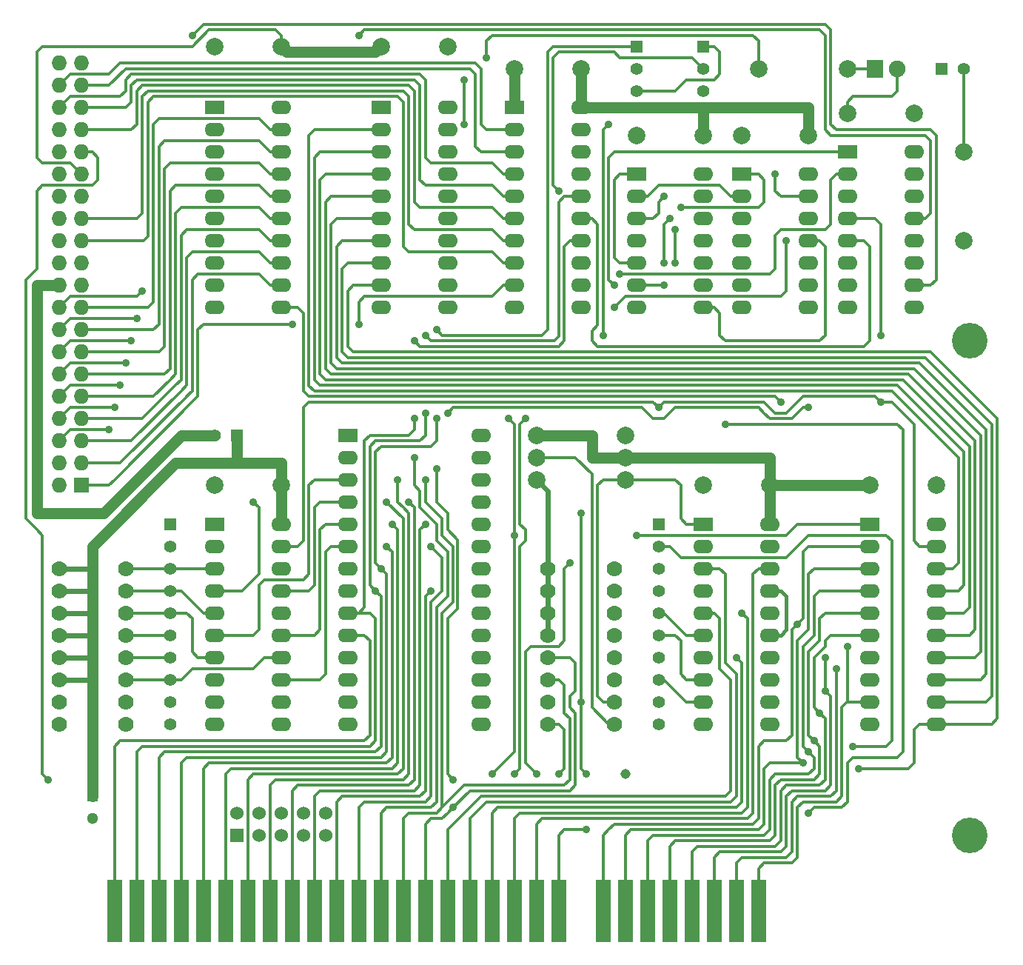
<source format=gtl>
G04 #@! TF.FileFunction,Copper,L1,Top,Signal*
%FSLAX46Y46*%
G04 Gerber Fmt 4.6, Leading zero omitted, Abs format (unit mm)*
G04 Created by KiCad (PCBNEW 4.0.0-stable) date Wed 25 May 2016 05:37:34 PM EDT*
%MOMM*%
G01*
G04 APERTURE LIST*
%ADD10C,0.150000*%
%ADD11C,1.998980*%
%ADD12R,2.286000X1.574800*%
%ADD13O,2.286000X1.574800*%
%ADD14R,1.397000X1.397000*%
%ADD15C,1.397000*%
%ADD16C,1.778000*%
%ADD17R,1.727200X1.727200*%
%ADD18O,1.727200X1.727200*%
%ADD19C,1.300000*%
%ADD20R,1.300000X1.300000*%
%ADD21R,1.900000X2.000000*%
%ADD22C,1.900000*%
%ADD23C,4.064000*%
%ADD24R,1.524000X1.524000*%
%ADD25C,1.524000*%
%ADD26R,1.778000X7.112000*%
%ADD27C,1.143000*%
%ADD28C,0.889000*%
%ADD29C,0.304800*%
%ADD30C,1.270000*%
%ADD31C,0.609600*%
%ADD32C,0.406400*%
G04 APERTURE END LIST*
D10*
D11*
X175260000Y-88265000D03*
X182880000Y-88265000D03*
X119380000Y-38100000D03*
X127000000Y-38100000D03*
X107950000Y-38100000D03*
X100330000Y-38100000D03*
X163830000Y-88265000D03*
X156210000Y-88265000D03*
X107950000Y-88265000D03*
X100330000Y-88265000D03*
X156210000Y-48260000D03*
X148590000Y-48260000D03*
X142240000Y-40640000D03*
X134620000Y-40640000D03*
X168275000Y-48260000D03*
X160655000Y-48260000D03*
X172720000Y-45720000D03*
X180340000Y-45720000D03*
X172720000Y-40640000D03*
X162560000Y-40640000D03*
D12*
X175260000Y-92710000D03*
D13*
X175260000Y-95250000D03*
X175260000Y-97790000D03*
X175260000Y-100330000D03*
X175260000Y-102870000D03*
X175260000Y-105410000D03*
X175260000Y-107950000D03*
X175260000Y-110490000D03*
X175260000Y-113030000D03*
X175260000Y-115570000D03*
X182880000Y-115570000D03*
X182880000Y-113030000D03*
X182880000Y-110490000D03*
X182880000Y-107950000D03*
X182880000Y-105410000D03*
X182880000Y-102870000D03*
X182880000Y-100330000D03*
X182880000Y-97790000D03*
X182880000Y-95250000D03*
X182880000Y-92710000D03*
D12*
X119380000Y-45085000D03*
D13*
X119380000Y-47625000D03*
X119380000Y-50165000D03*
X119380000Y-52705000D03*
X119380000Y-55245000D03*
X119380000Y-57785000D03*
X119380000Y-60325000D03*
X119380000Y-62865000D03*
X119380000Y-65405000D03*
X119380000Y-67945000D03*
X127000000Y-67945000D03*
X127000000Y-65405000D03*
X127000000Y-62865000D03*
X127000000Y-60325000D03*
X127000000Y-57785000D03*
X127000000Y-55245000D03*
X127000000Y-52705000D03*
X127000000Y-50165000D03*
X127000000Y-47625000D03*
X127000000Y-45085000D03*
D12*
X100330000Y-45085000D03*
D13*
X100330000Y-47625000D03*
X100330000Y-50165000D03*
X100330000Y-52705000D03*
X100330000Y-55245000D03*
X100330000Y-57785000D03*
X100330000Y-60325000D03*
X100330000Y-62865000D03*
X100330000Y-65405000D03*
X100330000Y-67945000D03*
X107950000Y-67945000D03*
X107950000Y-65405000D03*
X107950000Y-62865000D03*
X107950000Y-60325000D03*
X107950000Y-57785000D03*
X107950000Y-55245000D03*
X107950000Y-52705000D03*
X107950000Y-50165000D03*
X107950000Y-47625000D03*
X107950000Y-45085000D03*
D12*
X134620000Y-45085000D03*
D13*
X134620000Y-47625000D03*
X134620000Y-50165000D03*
X134620000Y-52705000D03*
X134620000Y-55245000D03*
X134620000Y-57785000D03*
X134620000Y-60325000D03*
X134620000Y-62865000D03*
X134620000Y-65405000D03*
X134620000Y-67945000D03*
X142240000Y-67945000D03*
X142240000Y-65405000D03*
X142240000Y-62865000D03*
X142240000Y-60325000D03*
X142240000Y-57785000D03*
X142240000Y-55245000D03*
X142240000Y-52705000D03*
X142240000Y-50165000D03*
X142240000Y-47625000D03*
X142240000Y-45085000D03*
D12*
X160655000Y-52705000D03*
D13*
X160655000Y-55245000D03*
X160655000Y-57785000D03*
X160655000Y-60325000D03*
X160655000Y-62865000D03*
X160655000Y-65405000D03*
X160655000Y-67945000D03*
X168275000Y-67945000D03*
X168275000Y-65405000D03*
X168275000Y-62865000D03*
X168275000Y-60325000D03*
X168275000Y-57785000D03*
X168275000Y-55245000D03*
X168275000Y-52705000D03*
D12*
X100330000Y-92710000D03*
D13*
X100330000Y-95250000D03*
X100330000Y-97790000D03*
X100330000Y-100330000D03*
X100330000Y-102870000D03*
X100330000Y-105410000D03*
X100330000Y-107950000D03*
X100330000Y-110490000D03*
X100330000Y-113030000D03*
X100330000Y-115570000D03*
X107950000Y-115570000D03*
X107950000Y-113030000D03*
X107950000Y-110490000D03*
X107950000Y-107950000D03*
X107950000Y-105410000D03*
X107950000Y-102870000D03*
X107950000Y-100330000D03*
X107950000Y-97790000D03*
X107950000Y-95250000D03*
X107950000Y-92710000D03*
D12*
X172720000Y-50165000D03*
D13*
X172720000Y-52705000D03*
X172720000Y-55245000D03*
X172720000Y-57785000D03*
X172720000Y-60325000D03*
X172720000Y-62865000D03*
X172720000Y-65405000D03*
X172720000Y-67945000D03*
X180340000Y-67945000D03*
X180340000Y-65405000D03*
X180340000Y-62865000D03*
X180340000Y-60325000D03*
X180340000Y-57785000D03*
X180340000Y-55245000D03*
X180340000Y-52705000D03*
X180340000Y-50165000D03*
D12*
X148590000Y-52705000D03*
D13*
X148590000Y-55245000D03*
X148590000Y-57785000D03*
X148590000Y-60325000D03*
X148590000Y-62865000D03*
X148590000Y-65405000D03*
X148590000Y-67945000D03*
X156210000Y-67945000D03*
X156210000Y-65405000D03*
X156210000Y-62865000D03*
X156210000Y-60325000D03*
X156210000Y-57785000D03*
X156210000Y-55245000D03*
X156210000Y-52705000D03*
D12*
X156210000Y-92710000D03*
D13*
X156210000Y-95250000D03*
X156210000Y-97790000D03*
X156210000Y-100330000D03*
X156210000Y-102870000D03*
X156210000Y-105410000D03*
X156210000Y-107950000D03*
X156210000Y-110490000D03*
X156210000Y-113030000D03*
X156210000Y-115570000D03*
X163830000Y-115570000D03*
X163830000Y-113030000D03*
X163830000Y-110490000D03*
X163830000Y-107950000D03*
X163830000Y-105410000D03*
X163830000Y-102870000D03*
X163830000Y-100330000D03*
X163830000Y-97790000D03*
X163830000Y-95250000D03*
X163830000Y-92710000D03*
D12*
X115570000Y-82550000D03*
D13*
X115570000Y-85090000D03*
X115570000Y-87630000D03*
X115570000Y-90170000D03*
X115570000Y-92710000D03*
X115570000Y-95250000D03*
X115570000Y-97790000D03*
X115570000Y-100330000D03*
X115570000Y-102870000D03*
X115570000Y-105410000D03*
X115570000Y-107950000D03*
X115570000Y-110490000D03*
X115570000Y-113030000D03*
X115570000Y-115570000D03*
X130810000Y-115570000D03*
X130810000Y-113030000D03*
X130810000Y-110490000D03*
X130810000Y-107950000D03*
X130810000Y-105410000D03*
X130810000Y-102870000D03*
X130810000Y-100330000D03*
X130810000Y-97790000D03*
X130810000Y-95250000D03*
X130810000Y-92710000D03*
X130810000Y-90170000D03*
X130810000Y-87630000D03*
X130810000Y-85090000D03*
X130810000Y-82550000D03*
D11*
X147320000Y-85090000D03*
X137160000Y-85090000D03*
X137160000Y-87630000D03*
X147320000Y-87630000D03*
D14*
X95250000Y-92710000D03*
D15*
X95250000Y-95250000D03*
X95250000Y-97790000D03*
X95250000Y-100330000D03*
X95250000Y-102870000D03*
X95250000Y-105410000D03*
X95250000Y-107950000D03*
X95250000Y-110490000D03*
X95250000Y-113030000D03*
X95250000Y-115570000D03*
D14*
X151130000Y-92710000D03*
D15*
X151130000Y-95250000D03*
X151130000Y-97790000D03*
X151130000Y-100330000D03*
X151130000Y-102870000D03*
X151130000Y-105410000D03*
X151130000Y-107950000D03*
X151130000Y-110490000D03*
X151130000Y-113030000D03*
X151130000Y-115570000D03*
D16*
X138430000Y-97790000D03*
X138430000Y-100330000D03*
X138430000Y-102870000D03*
X138430000Y-105410000D03*
X138430000Y-107950000D03*
X138430000Y-110490000D03*
X138430000Y-113030000D03*
X138430000Y-115570000D03*
X146050000Y-115570000D03*
X146050000Y-113030000D03*
X146050000Y-110490000D03*
X146050000Y-107950000D03*
X146050000Y-105410000D03*
X146050000Y-102870000D03*
X146050000Y-100330000D03*
X146050000Y-97790000D03*
X82550000Y-97790000D03*
X82550000Y-100330000D03*
X82550000Y-102870000D03*
X82550000Y-105410000D03*
X82550000Y-107950000D03*
X82550000Y-110490000D03*
X82550000Y-113030000D03*
X82550000Y-115570000D03*
X90170000Y-115570000D03*
X90170000Y-113030000D03*
X90170000Y-110490000D03*
X90170000Y-107950000D03*
X90170000Y-105410000D03*
X90170000Y-102870000D03*
X90170000Y-100330000D03*
X90170000Y-97790000D03*
D11*
X137160000Y-82550000D03*
X147320000Y-82550000D03*
D17*
X85090000Y-88265000D03*
D18*
X82550000Y-88265000D03*
X85090000Y-85725000D03*
X82550000Y-85725000D03*
X85090000Y-83185000D03*
X82550000Y-83185000D03*
X85090000Y-80645000D03*
X82550000Y-80645000D03*
X85090000Y-78105000D03*
X82550000Y-78105000D03*
X85090000Y-75565000D03*
X82550000Y-75565000D03*
X85090000Y-73025000D03*
X82550000Y-73025000D03*
X85090000Y-70485000D03*
X82550000Y-70485000D03*
X85090000Y-67945000D03*
X82550000Y-67945000D03*
X85090000Y-65405000D03*
X82550000Y-65405000D03*
X85090000Y-62865000D03*
X82550000Y-62865000D03*
X85090000Y-60325000D03*
X82550000Y-60325000D03*
X85090000Y-57785000D03*
X82550000Y-57785000D03*
X85090000Y-55245000D03*
X82550000Y-55245000D03*
X85090000Y-52705000D03*
X82550000Y-52705000D03*
X85090000Y-50165000D03*
X82550000Y-50165000D03*
X85090000Y-47625000D03*
X82550000Y-47625000D03*
X85090000Y-45085000D03*
X82550000Y-45085000D03*
X85090000Y-42545000D03*
X82550000Y-42545000D03*
X85090000Y-40005000D03*
X82550000Y-40005000D03*
D19*
X86360000Y-126325000D03*
D20*
X86360000Y-123825000D03*
D21*
X175895000Y-40640000D03*
D22*
X178435000Y-40640000D03*
D23*
X186690000Y-128270000D03*
X186690000Y-71755000D03*
D14*
X102870000Y-82550000D03*
D15*
X100330000Y-82550000D03*
D14*
X148590000Y-38100000D03*
D15*
X148590000Y-40640000D03*
X148590000Y-43180000D03*
D14*
X156210000Y-38100000D03*
D15*
X156210000Y-40640000D03*
X156210000Y-43180000D03*
D24*
X102870000Y-128270000D03*
D25*
X102870000Y-125730000D03*
X105410000Y-128270000D03*
X105410000Y-125730000D03*
X107950000Y-128270000D03*
X107950000Y-125730000D03*
X110490000Y-128270000D03*
X110490000Y-125730000D03*
X113030000Y-128270000D03*
X113030000Y-125730000D03*
D11*
X186055000Y-50165000D03*
X186055000Y-60325000D03*
D14*
X183515000Y-40640000D03*
D15*
X186055000Y-40640000D03*
D26*
X162560000Y-136906000D03*
X160020000Y-136906000D03*
X157480000Y-136906000D03*
X154940000Y-136906000D03*
X152400000Y-136906000D03*
X149860000Y-136906000D03*
X147320000Y-136906000D03*
X144780000Y-136906000D03*
X139700000Y-136906000D03*
X137160000Y-136906000D03*
X134620000Y-136906000D03*
X132080000Y-136906000D03*
X129540000Y-136906000D03*
X127000000Y-136906000D03*
X124460000Y-136906000D03*
X121920000Y-136906000D03*
X119380000Y-136906000D03*
X116840000Y-136906000D03*
X114300000Y-136906000D03*
X111760000Y-136906000D03*
X109220000Y-136906000D03*
X106680000Y-136906000D03*
X104140000Y-136906000D03*
X101600000Y-136906000D03*
X99060000Y-136906000D03*
X96520000Y-136906000D03*
X93980000Y-136906000D03*
X91440000Y-136906000D03*
X88900000Y-136906000D03*
D27*
X147320000Y-121285000D03*
D28*
X134620000Y-121285000D03*
X135890000Y-80645000D03*
X146050000Y-65405000D03*
X137160000Y-121285000D03*
X140970000Y-97155000D03*
X109220000Y-69850000D03*
X116840000Y-69850000D03*
X116840000Y-36830000D03*
X127000000Y-80010000D03*
X168275000Y-79375000D03*
X97790000Y-36830000D03*
X165100000Y-78740000D03*
X151765000Y-55245000D03*
X151765000Y-65405000D03*
X152400000Y-57785000D03*
X151765000Y-62865000D03*
X144780000Y-71120000D03*
X145415000Y-46990000D03*
X123190000Y-80645000D03*
X123190000Y-71755000D03*
X125095000Y-100330000D03*
X125095000Y-95250000D03*
X123190000Y-85090000D03*
X124460000Y-80010000D03*
X124460000Y-71120000D03*
X153035000Y-59055000D03*
X153035000Y-62865000D03*
X118745000Y-100330000D03*
X125730000Y-80645000D03*
X125730000Y-70485000D03*
X119380000Y-97790000D03*
X88900000Y-79375000D03*
X89535000Y-76835000D03*
X90170000Y-74295000D03*
X90805000Y-71755000D03*
X91440000Y-69215000D03*
X92075000Y-66040000D03*
X88265000Y-81915000D03*
X81280000Y-121920000D03*
X167005000Y-104140000D03*
X167640000Y-120015000D03*
X168275000Y-118745000D03*
X168910000Y-117475000D03*
X169545000Y-114300000D03*
X170180000Y-107950000D03*
X170180000Y-111760000D03*
X171450000Y-109220000D03*
X172720000Y-106680000D03*
X139700000Y-121285000D03*
X142875000Y-127635000D03*
X142875000Y-121285000D03*
X142240000Y-91440000D03*
X142240000Y-113030000D03*
X125730000Y-86360000D03*
X127635000Y-125095000D03*
X127635000Y-121920000D03*
X124460000Y-87630000D03*
X160655000Y-102870000D03*
X160020000Y-107950000D03*
X124460000Y-92710000D03*
X104775000Y-90170000D03*
X122555000Y-90170000D03*
X121285000Y-87630000D03*
X120015000Y-90170000D03*
X120650000Y-92710000D03*
X120015000Y-95250000D03*
X146050000Y-67945000D03*
X165735000Y-60325000D03*
X153670000Y-56515000D03*
X139700000Y-54610000D03*
X164465000Y-52705000D03*
X128905000Y-46990000D03*
X128905000Y-41910000D03*
X131445000Y-39370000D03*
X173990000Y-120650000D03*
X173355000Y-118110000D03*
X158750000Y-81280000D03*
X168275000Y-125730000D03*
X146685000Y-64135000D03*
X133985000Y-80645000D03*
X132080000Y-121285000D03*
X148590000Y-93980000D03*
X134620000Y-93980000D03*
X176530000Y-71120000D03*
X176530000Y-78740000D03*
X151130000Y-79375000D03*
D29*
X85090000Y-42545000D02*
X88265000Y-42545000D01*
X130810000Y-50165000D02*
X134620000Y-50165000D01*
X130175000Y-49530000D02*
X130810000Y-50165000D01*
X130175000Y-41275000D02*
X130175000Y-49530000D01*
X129540000Y-40640000D02*
X130175000Y-41275000D01*
X90170000Y-40640000D02*
X129540000Y-40640000D01*
X88265000Y-42545000D02*
X90170000Y-40640000D01*
X89535000Y-40005000D02*
X130175000Y-40005000D01*
X82550000Y-42545000D02*
X83820000Y-41275000D01*
X131445000Y-47625000D02*
X134620000Y-47625000D01*
X130810000Y-46990000D02*
X131445000Y-47625000D01*
X130810000Y-40640000D02*
X130810000Y-46990000D01*
X130175000Y-40005000D02*
X130810000Y-40640000D01*
X88265000Y-41275000D02*
X89535000Y-40005000D01*
X83820000Y-41275000D02*
X88265000Y-41275000D01*
X85090000Y-57785000D02*
X91440000Y-57785000D01*
X133350000Y-60325000D02*
X134620000Y-60325000D01*
X132080000Y-59055000D02*
X133350000Y-60325000D01*
X123190000Y-59055000D02*
X132080000Y-59055000D01*
X122555000Y-58420000D02*
X123190000Y-59055000D01*
X122555000Y-43815000D02*
X122555000Y-58420000D01*
X121920000Y-43180000D02*
X122555000Y-43815000D01*
X92710000Y-43180000D02*
X121920000Y-43180000D01*
X92075000Y-43815000D02*
X92710000Y-43180000D01*
X92075000Y-57150000D02*
X92075000Y-43815000D01*
X91440000Y-57785000D02*
X92075000Y-57150000D01*
X121285000Y-43815000D02*
X121920000Y-44450000D01*
X92201998Y-60325000D02*
X92710000Y-59816998D01*
X92710000Y-59816998D02*
X92710000Y-44450000D01*
X92710000Y-44450000D02*
X93345000Y-43815000D01*
X93345000Y-43815000D02*
X121285000Y-43815000D01*
X85090000Y-60325000D02*
X92201998Y-60325000D01*
X133350000Y-62865000D02*
X134620000Y-62865000D01*
X132080000Y-61595000D02*
X133350000Y-62865000D01*
X122555000Y-61595000D02*
X132080000Y-61595000D01*
X121920000Y-60960000D02*
X122555000Y-61595000D01*
X121920000Y-44450000D02*
X121920000Y-60960000D01*
X135255000Y-83820000D02*
X135255000Y-81280000D01*
X135255000Y-92710000D02*
X135890000Y-93345000D01*
X135890000Y-93345000D02*
X135890000Y-94615000D01*
X135890000Y-94615000D02*
X135255000Y-95250000D01*
X135255000Y-95250000D02*
X135255000Y-120650000D01*
X135255000Y-120650000D02*
X134620000Y-121285000D01*
X135255000Y-83820000D02*
X135255000Y-92710000D01*
X135255000Y-81280000D02*
X135890000Y-80645000D01*
X172720000Y-50165000D02*
X146050000Y-50165000D01*
X145415000Y-64770000D02*
X146050000Y-65405000D01*
X145415000Y-50800000D02*
X145415000Y-64770000D01*
X146050000Y-50165000D02*
X145415000Y-50800000D01*
X135890000Y-116840000D02*
X135890000Y-107315000D01*
X137160000Y-121285000D02*
X137160000Y-121285000D01*
X135890000Y-116840000D02*
X135890000Y-117475000D01*
X135890000Y-117475000D02*
X135890000Y-120015000D01*
X135890000Y-120015000D02*
X137160000Y-121285000D01*
X140335000Y-97790000D02*
X140970000Y-97155000D01*
X140335000Y-106045000D02*
X140335000Y-97790000D01*
X139700000Y-106680000D02*
X140335000Y-106045000D01*
X136525000Y-106680000D02*
X139700000Y-106680000D01*
X135890000Y-107315000D02*
X136525000Y-106680000D01*
X86995000Y-88265000D02*
X88265000Y-88265000D01*
X88900000Y-87630000D02*
X98425000Y-78105000D01*
X116840000Y-69850000D02*
X116840000Y-67310000D01*
X98425000Y-78105000D02*
X98425000Y-70485000D01*
X98425000Y-70485000D02*
X99060000Y-69850000D01*
X99060000Y-69850000D02*
X109220000Y-69850000D01*
X134620000Y-65405000D02*
X133350000Y-65405000D01*
X132080000Y-66675000D02*
X133350000Y-65405000D01*
X117475000Y-66675000D02*
X132080000Y-66675000D01*
X116840000Y-67310000D02*
X117475000Y-66675000D01*
X86995000Y-88265000D02*
X85090000Y-88265000D01*
X88265000Y-88265000D02*
X88900000Y-87630000D01*
X181610000Y-48260000D02*
X182245000Y-48895000D01*
X181610000Y-48260000D02*
X170815000Y-48260000D01*
X170815000Y-48260000D02*
X170180000Y-47625000D01*
X170180000Y-47625000D02*
X170180000Y-36830000D01*
X170180000Y-36830000D02*
X169545000Y-36195000D01*
X117475000Y-36195000D02*
X116840000Y-36830000D01*
X169545000Y-36195000D02*
X117475000Y-36195000D01*
X181610000Y-57785000D02*
X180340000Y-57785000D01*
X182245000Y-57150000D02*
X181610000Y-57785000D01*
X182245000Y-48895000D02*
X182245000Y-57150000D01*
X163195000Y-80010000D02*
X163830000Y-80645000D01*
X150495000Y-80645000D02*
X151765000Y-80645000D01*
X151765000Y-80645000D02*
X153035000Y-79375000D01*
X153035000Y-79375000D02*
X162560000Y-79375000D01*
X162560000Y-79375000D02*
X163195000Y-80010000D01*
X127635000Y-79375000D02*
X149225000Y-79375000D01*
X127000000Y-80010000D02*
X127635000Y-79375000D01*
X149225000Y-79375000D02*
X150495000Y-80645000D01*
X167640000Y-79375000D02*
X168275000Y-79375000D01*
X166370000Y-80645000D02*
X167640000Y-79375000D01*
X163830000Y-80645000D02*
X166370000Y-80645000D01*
X182245000Y-47625000D02*
X182880000Y-48260000D01*
X170180000Y-35560000D02*
X170815000Y-36195000D01*
X170815000Y-36195000D02*
X170815000Y-46990000D01*
X170815000Y-46990000D02*
X171450000Y-47625000D01*
X171450000Y-47625000D02*
X182245000Y-47625000D01*
X99060000Y-35560000D02*
X115570000Y-35560000D01*
X97790000Y-36830000D02*
X99060000Y-35560000D01*
X115570000Y-35560000D02*
X170180000Y-35560000D01*
X182245000Y-65405000D02*
X180340000Y-65405000D01*
X182880000Y-64770000D02*
X182245000Y-65405000D01*
X182880000Y-48260000D02*
X182880000Y-64770000D01*
X163830000Y-78105000D02*
X164465000Y-78105000D01*
X164465000Y-78105000D02*
X165100000Y-78740000D01*
X151130000Y-78105000D02*
X149225000Y-78105000D01*
X109855000Y-67945000D02*
X110490000Y-68580000D01*
X110490000Y-68580000D02*
X110490000Y-77470000D01*
X110490000Y-77470000D02*
X111125000Y-78105000D01*
X111125000Y-78105000D02*
X149225000Y-78105000D01*
X107950000Y-67945000D02*
X109855000Y-67945000D01*
X151130000Y-78105000D02*
X163830000Y-78105000D01*
X148590000Y-57785000D02*
X150495000Y-57785000D01*
X151130000Y-55880000D02*
X151765000Y-55245000D01*
X151130000Y-57150000D02*
X151130000Y-55880000D01*
X150495000Y-57785000D02*
X151130000Y-57150000D01*
X148590000Y-65405000D02*
X151765000Y-65405000D01*
X151765000Y-58420000D02*
X152400000Y-57785000D01*
X151765000Y-62865000D02*
X151765000Y-58420000D01*
X85090000Y-45085000D02*
X90170000Y-45085000D01*
X133350000Y-55245000D02*
X134620000Y-55245000D01*
X132080000Y-53975000D02*
X133350000Y-55245000D01*
X124460000Y-53975000D02*
X132080000Y-53975000D01*
X123825000Y-53340000D02*
X124460000Y-53975000D01*
X123825000Y-42545000D02*
X123825000Y-53340000D01*
X123190000Y-41910000D02*
X123825000Y-42545000D01*
X91440000Y-41910000D02*
X123190000Y-41910000D01*
X90805000Y-42545000D02*
X91440000Y-41910000D01*
X90805000Y-44450000D02*
X90805000Y-42545000D01*
X90170000Y-45085000D02*
X90805000Y-44450000D01*
X148590000Y-43180000D02*
X153035000Y-43180000D01*
X157480000Y-38100000D02*
X156210000Y-38100000D01*
X158115000Y-38735000D02*
X157480000Y-38100000D01*
X158115000Y-41275000D02*
X158115000Y-38735000D01*
X157480000Y-41910000D02*
X158115000Y-41275000D01*
X154305000Y-41910000D02*
X157480000Y-41910000D01*
X153035000Y-43180000D02*
X154305000Y-41910000D01*
X144780000Y-47625000D02*
X145415000Y-46990000D01*
X144780000Y-71120000D02*
X144780000Y-47625000D01*
X115570000Y-105410000D02*
X117475000Y-105410000D01*
X118110000Y-106045000D02*
X117475000Y-105410000D01*
X89535000Y-117475000D02*
X88900000Y-118110000D01*
X88900000Y-136906000D02*
X88900000Y-118110000D01*
X118110000Y-115570000D02*
X118110000Y-116840000D01*
X118110000Y-115570000D02*
X118110000Y-106045000D01*
X117475000Y-117475000D02*
X95250000Y-117475000D01*
X118110000Y-116840000D02*
X117475000Y-117475000D01*
X95250000Y-117475000D02*
X89535000Y-117475000D01*
X85090000Y-47625000D02*
X90805000Y-47625000D01*
X133350000Y-57785000D02*
X134620000Y-57785000D01*
X132080000Y-56515000D02*
X133350000Y-57785000D01*
X123825000Y-56515000D02*
X132080000Y-56515000D01*
X123190000Y-55880000D02*
X123825000Y-56515000D01*
X123190000Y-43180000D02*
X123190000Y-55880000D01*
X122555000Y-42545000D02*
X123190000Y-43180000D01*
X92075000Y-42545000D02*
X122555000Y-42545000D01*
X91440000Y-43180000D02*
X92075000Y-42545000D01*
X91440000Y-46990000D02*
X91440000Y-43180000D01*
X90805000Y-47625000D02*
X91440000Y-46990000D01*
X122555000Y-82550000D02*
X122555000Y-82550000D01*
X117475000Y-83185000D02*
X118110000Y-82550000D01*
X123825000Y-72390000D02*
X123190000Y-71755000D01*
X116840000Y-102870000D02*
X115570000Y-102870000D01*
X117475000Y-102235000D02*
X117475000Y-83185000D01*
X116840000Y-102870000D02*
X117475000Y-102235000D01*
X123190000Y-81915000D02*
X123190000Y-80645000D01*
X122555000Y-82550000D02*
X123190000Y-81915000D01*
X118110000Y-82550000D02*
X122555000Y-82550000D01*
X123825000Y-72390000D02*
X123825000Y-72390000D01*
X142240000Y-60325000D02*
X140970000Y-60325000D01*
X139700000Y-72390000D02*
X123825000Y-72390000D01*
X140335000Y-71755000D02*
X139700000Y-72390000D01*
X140335000Y-60960000D02*
X140335000Y-71755000D01*
X140970000Y-60325000D02*
X140335000Y-60960000D01*
X115570000Y-102870000D02*
X118110000Y-102870000D01*
X97790000Y-118110000D02*
X92075000Y-118110000D01*
X118745000Y-117475000D02*
X118110000Y-118110000D01*
X118110000Y-118110000D02*
X97790000Y-118110000D01*
X118745000Y-116840000D02*
X118745000Y-103505000D01*
X118745000Y-116840000D02*
X118745000Y-117475000D01*
X91440000Y-118745000D02*
X91440000Y-136906000D01*
X92075000Y-118110000D02*
X91440000Y-118745000D01*
X118745000Y-103505000D02*
X118110000Y-102870000D01*
X124460000Y-123190000D02*
X123825000Y-123825000D01*
X124460000Y-116840000D02*
X124460000Y-123190000D01*
X125095000Y-100330000D02*
X124460000Y-100965000D01*
X124460000Y-116840000D02*
X124460000Y-100965000D01*
X114300000Y-124460000D02*
X114300000Y-136906000D01*
X114935000Y-123825000D02*
X114300000Y-124460000D01*
X123825000Y-123825000D02*
X114935000Y-123825000D01*
X125095000Y-123825000D02*
X124460000Y-124460000D01*
X125095000Y-116840000D02*
X125095000Y-123825000D01*
X126365000Y-100330000D02*
X126365000Y-96520000D01*
X126365000Y-96520000D02*
X125095000Y-95250000D01*
X125095000Y-101600000D02*
X126365000Y-100330000D01*
X125095000Y-116840000D02*
X125095000Y-101600000D01*
X116840000Y-125095000D02*
X116840000Y-136906000D01*
X117475000Y-124460000D02*
X116840000Y-125095000D01*
X124460000Y-124460000D02*
X117475000Y-124460000D01*
X123825000Y-89535000D02*
X123825000Y-88900000D01*
X125095000Y-125095000D02*
X120015000Y-125095000D01*
X120015000Y-125095000D02*
X119380000Y-125730000D01*
X119380000Y-136906000D02*
X119380000Y-125730000D01*
X127000000Y-95885000D02*
X125730000Y-94615000D01*
X125730000Y-116840000D02*
X125730000Y-102235000D01*
X125730000Y-102235000D02*
X127000000Y-100965000D01*
X127000000Y-100965000D02*
X127000000Y-95885000D01*
X123825000Y-90805000D02*
X123825000Y-89535000D01*
X125730000Y-92710000D02*
X123825000Y-90805000D01*
X125730000Y-94615000D02*
X125730000Y-92710000D01*
X125730000Y-116840000D02*
X125730000Y-124460000D01*
X125730000Y-124460000D02*
X125095000Y-125095000D01*
X123190000Y-88265000D02*
X123190000Y-85090000D01*
X123825000Y-88900000D02*
X123190000Y-88265000D01*
X82550000Y-45085000D02*
X83820000Y-43815000D01*
X133350000Y-52705000D02*
X134620000Y-52705000D01*
X132080000Y-51435000D02*
X133350000Y-52705000D01*
X125095000Y-51435000D02*
X132080000Y-51435000D01*
X124460000Y-50800000D02*
X125095000Y-51435000D01*
X124460000Y-41910000D02*
X124460000Y-50800000D01*
X123825000Y-41275000D02*
X124460000Y-41910000D01*
X90805000Y-41275000D02*
X123825000Y-41275000D01*
X90170000Y-41910000D02*
X90805000Y-41275000D01*
X90170000Y-43180000D02*
X90170000Y-41910000D01*
X89535000Y-43815000D02*
X90170000Y-43180000D01*
X83820000Y-43815000D02*
X89535000Y-43815000D01*
X118110000Y-84455000D02*
X118110000Y-83820000D01*
X124460000Y-71120000D02*
X125095000Y-71755000D01*
X125095000Y-71755000D02*
X139191998Y-71755000D01*
X139191998Y-71755000D02*
X139700000Y-71246998D01*
X139700000Y-71246998D02*
X139700000Y-55880000D01*
X139700000Y-55880000D02*
X140335000Y-55245000D01*
X140335000Y-55245000D02*
X142240000Y-55245000D01*
X124460000Y-82550000D02*
X124460000Y-80010000D01*
X123825000Y-83185000D02*
X124460000Y-82550000D01*
X118745000Y-83185000D02*
X123825000Y-83185000D01*
X118110000Y-83820000D02*
X118745000Y-83185000D01*
X153035000Y-62865000D02*
X153035000Y-59055000D01*
X118110000Y-84455000D02*
X118110000Y-84455000D01*
X118745000Y-100330000D02*
X118110000Y-99695000D01*
X118110000Y-99695000D02*
X118110000Y-84455000D01*
X94615000Y-118745000D02*
X93980000Y-119380000D01*
X93980000Y-136906000D02*
X93980000Y-119380000D01*
X119380000Y-118110000D02*
X118745000Y-118745000D01*
X118745000Y-118745000D02*
X100330000Y-118745000D01*
X119380000Y-116840000D02*
X119380000Y-100965000D01*
X119380000Y-116840000D02*
X119380000Y-118110000D01*
X100330000Y-118745000D02*
X94615000Y-118745000D01*
X119380000Y-100965000D02*
X118745000Y-100330000D01*
X118745000Y-84455000D02*
X119380000Y-83820000D01*
X125730000Y-70485000D02*
X126365000Y-71120000D01*
X126365000Y-71120000D02*
X133985000Y-71120000D01*
X125730000Y-83185000D02*
X125730000Y-80645000D01*
X125095000Y-83820000D02*
X125730000Y-83185000D01*
X119380000Y-83820000D02*
X125095000Y-83820000D01*
X118745000Y-84455000D02*
X118745000Y-84455000D01*
X118745000Y-97155000D02*
X119380000Y-97790000D01*
X118745000Y-97155000D02*
X118745000Y-84455000D01*
X133985000Y-71120000D02*
X137795000Y-71120000D01*
X137795000Y-71120000D02*
X138430000Y-70485000D01*
X138430000Y-70485000D02*
X138430000Y-38735000D01*
X138430000Y-38735000D02*
X139065000Y-38100000D01*
X139065000Y-38100000D02*
X148590000Y-38100000D01*
X133985000Y-71120000D02*
X133858002Y-71120000D01*
X97155000Y-119380000D02*
X96520000Y-120015000D01*
X120015000Y-98425000D02*
X119380000Y-97790000D01*
X102870000Y-119380000D02*
X97155000Y-119380000D01*
X120015000Y-116840000D02*
X120015000Y-118745000D01*
X120015000Y-116840000D02*
X120015000Y-98425000D01*
X119380000Y-119380000D02*
X102870000Y-119380000D01*
X120015000Y-118745000D02*
X119380000Y-119380000D01*
X96520000Y-136906000D02*
X96520000Y-120015000D01*
X83820000Y-79375000D02*
X82550000Y-80645000D01*
X88900000Y-79375000D02*
X83820000Y-79375000D01*
X83820000Y-76835000D02*
X82550000Y-78105000D01*
X89535000Y-76835000D02*
X83820000Y-76835000D01*
X83820000Y-74295000D02*
X82550000Y-75565000D01*
X90170000Y-74295000D02*
X83820000Y-74295000D01*
X83820000Y-71755000D02*
X82550000Y-73025000D01*
X90805000Y-71755000D02*
X83820000Y-71755000D01*
X83820000Y-69215000D02*
X82550000Y-70485000D01*
X91440000Y-69215000D02*
X83820000Y-69215000D01*
X83820000Y-66675000D02*
X82550000Y-67945000D01*
X91440000Y-66675000D02*
X83820000Y-66675000D01*
X92075000Y-66040000D02*
X91440000Y-66675000D01*
X83820000Y-81915000D02*
X82550000Y-83185000D01*
X88265000Y-81915000D02*
X83820000Y-81915000D01*
X80645000Y-93980000D02*
X80645000Y-121285000D01*
X80645000Y-121285000D02*
X81280000Y-121920000D01*
X78740000Y-86360000D02*
X78740000Y-92075000D01*
X86360000Y-50165000D02*
X86995000Y-50800000D01*
X86995000Y-50800000D02*
X86995000Y-53340000D01*
X86995000Y-53340000D02*
X86360000Y-53975000D01*
X86360000Y-53975000D02*
X80645000Y-53975000D01*
X80645000Y-53975000D02*
X80010000Y-54610000D01*
X80010000Y-54610000D02*
X80010000Y-63500000D01*
X80010000Y-63500000D02*
X78740000Y-64770000D01*
X78740000Y-64770000D02*
X78740000Y-86360000D01*
X85090000Y-50165000D02*
X86360000Y-50165000D01*
X78740000Y-92075000D02*
X80010000Y-93345000D01*
X80010000Y-93345000D02*
X80645000Y-93980000D01*
X167005000Y-104140000D02*
X167640000Y-103505000D01*
X167640000Y-103505000D02*
X167640000Y-95885000D01*
X173990000Y-95250000D02*
X175260000Y-95250000D01*
X168275000Y-95250000D02*
X173990000Y-95250000D01*
X167640000Y-95885000D02*
X168275000Y-95250000D01*
X166370000Y-116840000D02*
X165735000Y-117475000D01*
X167005000Y-104140000D02*
X166370000Y-104775000D01*
X166370000Y-104775000D02*
X166370000Y-116840000D01*
X146050000Y-127000000D02*
X145415000Y-127635000D01*
X145415000Y-127635000D02*
X145415000Y-127635000D01*
X145415000Y-127635000D02*
X144780000Y-128270000D01*
X144780000Y-128270000D02*
X144780000Y-136906000D01*
X151130000Y-127000000D02*
X146050000Y-127000000D01*
X161925000Y-127000000D02*
X151130000Y-127000000D01*
X162560000Y-126365000D02*
X161925000Y-127000000D01*
X162560000Y-118110000D02*
X162560000Y-126365000D01*
X163195000Y-117475000D02*
X162560000Y-118110000D01*
X165735000Y-117475000D02*
X163195000Y-117475000D01*
X167005000Y-104140000D02*
X167005000Y-104140000D01*
X167005000Y-106045000D02*
X168275000Y-104775000D01*
X167005000Y-106045000D02*
X167005000Y-109855000D01*
X167005000Y-109855000D02*
X167005000Y-111760000D01*
X167640000Y-120015000D02*
X167005000Y-119380000D01*
X167005000Y-113665000D02*
X167005000Y-119380000D01*
X167005000Y-111760000D02*
X167005000Y-113665000D01*
X173990000Y-97790000D02*
X175260000Y-97790000D01*
X168910000Y-97790000D02*
X173990000Y-97790000D01*
X168275000Y-98425000D02*
X168910000Y-97790000D01*
X168275000Y-104775000D02*
X168275000Y-98425000D01*
X153670000Y-127635000D02*
X162560000Y-127635000D01*
X147955000Y-127635000D02*
X147320000Y-128270000D01*
X147320000Y-136906000D02*
X147320000Y-128270000D01*
X153670000Y-127635000D02*
X147955000Y-127635000D01*
X163830000Y-120015000D02*
X167640000Y-120015000D01*
X163195000Y-120650000D02*
X163830000Y-120015000D01*
X163195000Y-127000000D02*
X163195000Y-120650000D01*
X162560000Y-127635000D02*
X163195000Y-127000000D01*
X167640000Y-106680000D02*
X168910000Y-105410000D01*
X175260000Y-100330000D02*
X173990000Y-100330000D01*
X167640000Y-118110000D02*
X168275000Y-118745000D01*
X167640000Y-114173002D02*
X167640000Y-118110000D01*
X167640000Y-106680000D02*
X167640000Y-114173002D01*
X169545000Y-100330000D02*
X173990000Y-100330000D01*
X168910000Y-100965000D02*
X169545000Y-100330000D01*
X168910000Y-105410000D02*
X168910000Y-100965000D01*
X156210000Y-128270000D02*
X163195000Y-128270000D01*
X150495000Y-128270000D02*
X149860000Y-128905000D01*
X149860000Y-136906000D02*
X149860000Y-128905000D01*
X168910000Y-119380000D02*
X168275000Y-118745000D01*
X168910000Y-120650000D02*
X168910000Y-119380000D01*
X156210000Y-128270000D02*
X150495000Y-128270000D01*
X168275000Y-121285000D02*
X168910000Y-120650000D01*
X164465000Y-121285000D02*
X168275000Y-121285000D01*
X163830000Y-121920000D02*
X164465000Y-121285000D01*
X163830000Y-127635000D02*
X163830000Y-121920000D01*
X163195000Y-128270000D02*
X163830000Y-127635000D01*
X168275000Y-107315000D02*
X169545000Y-106045000D01*
X168275000Y-107315000D02*
X168275000Y-116840000D01*
X168910000Y-117475000D02*
X168275000Y-116840000D01*
X172720000Y-102870000D02*
X175260000Y-102870000D01*
X170180000Y-102870000D02*
X172720000Y-102870000D01*
X169545000Y-103505000D02*
X170180000Y-102870000D01*
X169545000Y-106045000D02*
X169545000Y-103505000D01*
X158750000Y-128905000D02*
X163830000Y-128905000D01*
X153035000Y-128905000D02*
X152400000Y-129540000D01*
X152400000Y-136906000D02*
X152400000Y-129540000D01*
X169545000Y-118110000D02*
X168910000Y-117475000D01*
X169545000Y-121285000D02*
X169545000Y-118110000D01*
X158750000Y-128905000D02*
X153035000Y-128905000D01*
X168910000Y-121920000D02*
X169545000Y-121285000D01*
X165100000Y-121920000D02*
X168910000Y-121920000D01*
X164465000Y-122555000D02*
X165100000Y-121920000D01*
X164465000Y-128270000D02*
X164465000Y-122555000D01*
X163830000Y-128905000D02*
X164465000Y-128270000D01*
X168910000Y-107950000D02*
X170180000Y-106680000D01*
X169545000Y-114300000D02*
X168910000Y-113665000D01*
X168910000Y-107950000D02*
X168910000Y-113665000D01*
X170815000Y-105410000D02*
X175260000Y-105410000D01*
X170180000Y-106045000D02*
X170815000Y-105410000D01*
X170180000Y-106680000D02*
X170180000Y-106045000D01*
X161290000Y-129540000D02*
X164465000Y-129540000D01*
X155575000Y-129540000D02*
X154940000Y-130175000D01*
X154940000Y-136906000D02*
X154940000Y-130175000D01*
X170180000Y-121920000D02*
X170180000Y-114935000D01*
X170180000Y-114935000D02*
X169545000Y-114300000D01*
X161290000Y-129540000D02*
X155575000Y-129540000D01*
X169545000Y-122555000D02*
X170180000Y-121920000D01*
X165735000Y-122555000D02*
X169545000Y-122555000D01*
X165100000Y-123190000D02*
X165735000Y-122555000D01*
X165100000Y-128905000D02*
X165100000Y-123190000D01*
X164465000Y-129540000D02*
X165100000Y-128905000D01*
X163830000Y-130175000D02*
X165100000Y-130175000D01*
X158115000Y-130175000D02*
X157480000Y-130810000D01*
X157480000Y-136906000D02*
X157480000Y-130810000D01*
X170815000Y-112395000D02*
X170180000Y-111760000D01*
X170815000Y-122555000D02*
X170815000Y-112395000D01*
X163830000Y-130175000D02*
X158115000Y-130175000D01*
X170180000Y-123190000D02*
X170815000Y-122555000D01*
X166370000Y-123190000D02*
X170180000Y-123190000D01*
X165735000Y-123825000D02*
X166370000Y-123190000D01*
X165735000Y-129540000D02*
X165735000Y-123825000D01*
X165100000Y-130175000D02*
X165735000Y-129540000D01*
X170180000Y-107950000D02*
X170180000Y-111760000D01*
X160655000Y-130810000D02*
X165735000Y-130810000D01*
X160655000Y-130810000D02*
X160020000Y-131445000D01*
X160020000Y-136906000D02*
X160020000Y-131445000D01*
X171450000Y-109855000D02*
X171450000Y-111760000D01*
X171450000Y-109855000D02*
X171450000Y-109220000D01*
X171450000Y-123190000D02*
X171450000Y-111760000D01*
X170815000Y-123825000D02*
X171450000Y-123190000D01*
X167005000Y-123825000D02*
X170815000Y-123825000D01*
X166370000Y-124460000D02*
X167005000Y-123825000D01*
X166370000Y-130175000D02*
X166370000Y-124460000D01*
X165735000Y-130810000D02*
X166370000Y-130175000D01*
X163195000Y-131445000D02*
X166370000Y-131445000D01*
X163195000Y-131445000D02*
X162560000Y-132080000D01*
X162560000Y-136906000D02*
X162560000Y-132080000D01*
X172646041Y-113030000D02*
X172085000Y-113665000D01*
X172646041Y-113030000D02*
X172720000Y-113030000D01*
X172085000Y-123825000D02*
X172085000Y-113665000D01*
X171450000Y-124460000D02*
X172085000Y-123825000D01*
X167640000Y-124460000D02*
X171450000Y-124460000D01*
X167005000Y-125095000D02*
X167640000Y-124460000D01*
X167005000Y-130810000D02*
X167005000Y-125095000D01*
X166370000Y-131445000D02*
X167005000Y-130810000D01*
X175260000Y-113030000D02*
X172720000Y-113030000D01*
X172720000Y-106680000D02*
X172720000Y-113030000D01*
D30*
X100330000Y-82550000D02*
X96520000Y-82550000D01*
X81280000Y-65405000D02*
X82550000Y-65405000D01*
X80010000Y-91440000D02*
X81280000Y-91440000D01*
X80010000Y-65405000D02*
X80010000Y-91440000D01*
X81280000Y-65405000D02*
X80010000Y-65405000D01*
X81280000Y-91440000D02*
X87630000Y-91440000D01*
X87630000Y-91440000D02*
X96520000Y-82550000D01*
X134620000Y-40640000D02*
X134620000Y-45085000D01*
D29*
X178435000Y-40640000D02*
X178435000Y-43180000D01*
X172720000Y-44450000D02*
X172720000Y-45720000D01*
X173355000Y-43815000D02*
X172720000Y-44450000D01*
X177800000Y-43815000D02*
X173355000Y-43815000D01*
X178435000Y-43180000D02*
X177800000Y-43815000D01*
D30*
X168275000Y-48260000D02*
X168275000Y-45085000D01*
X168275000Y-45085000D02*
X156210000Y-45085000D01*
X163830000Y-88265000D02*
X175260000Y-88265000D01*
X102870000Y-82550000D02*
X102870000Y-85725000D01*
X102870000Y-85725000D02*
X107950000Y-85725000D01*
X95885000Y-85725000D02*
X102870000Y-85725000D01*
X86360000Y-97790000D02*
X86360000Y-95250000D01*
X86360000Y-95250000D02*
X95885000Y-85725000D01*
X107950000Y-85725000D02*
X107950000Y-88265000D01*
D31*
X82550000Y-97790000D02*
X86360000Y-97790000D01*
D30*
X86360000Y-100330000D02*
X86360000Y-97790000D01*
X107950000Y-88265000D02*
X107950000Y-92710000D01*
X142240000Y-40640000D02*
X142240000Y-45085000D01*
X156210000Y-48260000D02*
X156210000Y-45085000D01*
X156210000Y-45085000D02*
X152400000Y-45085000D01*
X152400000Y-45085000D02*
X142240000Y-45085000D01*
X119380000Y-38100000D02*
X118745000Y-38735000D01*
X118745000Y-38735000D02*
X108585000Y-38735000D01*
X108585000Y-38735000D02*
X107950000Y-38100000D01*
D29*
X85090000Y-52705000D02*
X83820000Y-51435000D01*
X107950000Y-36830000D02*
X107950000Y-38100000D01*
X107315000Y-36195000D02*
X107950000Y-36830000D01*
X99695000Y-36195000D02*
X107315000Y-36195000D01*
X97790000Y-38100000D02*
X99695000Y-36195000D01*
X80645000Y-38100000D02*
X97790000Y-38100000D01*
X80010000Y-38735000D02*
X80645000Y-38100000D01*
X80010000Y-50800000D02*
X80010000Y-38735000D01*
X80645000Y-51435000D02*
X80010000Y-50800000D01*
X83820000Y-51435000D02*
X80645000Y-51435000D01*
D32*
X163830000Y-105410000D02*
X165100000Y-105410000D01*
X165100000Y-100330000D02*
X163830000Y-100330000D01*
X165735000Y-100965000D02*
X165100000Y-100330000D01*
X165735000Y-104775000D02*
X165735000Y-100965000D01*
X165100000Y-105410000D02*
X165735000Y-104775000D01*
D30*
X142875000Y-82550000D02*
X143510000Y-82550000D01*
X137160000Y-82550000D02*
X142875000Y-82550000D01*
X143510000Y-85090000D02*
X147320000Y-85090000D01*
X143510000Y-82550000D02*
X143510000Y-85090000D01*
X147320000Y-85090000D02*
X163830000Y-85090000D01*
X163830000Y-86360000D02*
X163830000Y-88265000D01*
X163830000Y-85090000D02*
X163830000Y-86360000D01*
D31*
X82550000Y-110490000D02*
X86360000Y-110490000D01*
X82550000Y-107950000D02*
X86360000Y-107950000D01*
X82550000Y-105410000D02*
X86360000Y-105410000D01*
X82550000Y-102870000D02*
X86360000Y-102870000D01*
X82550000Y-100330000D02*
X86360000Y-100330000D01*
D30*
X86360000Y-123825000D02*
X86360000Y-110490000D01*
X86360000Y-110490000D02*
X86360000Y-107950000D01*
X86360000Y-107950000D02*
X86360000Y-105410000D01*
X86360000Y-105410000D02*
X86360000Y-102870000D01*
X86360000Y-102870000D02*
X86360000Y-100330000D01*
D31*
X138430000Y-105410000D02*
X138430000Y-102870000D01*
X138430000Y-102870000D02*
X138430000Y-100330000D01*
X138430000Y-100330000D02*
X138430000Y-97790000D01*
X138430000Y-97790000D02*
X138430000Y-88900000D01*
X138430000Y-88900000D02*
X137160000Y-87630000D01*
D30*
X163830000Y-88265000D02*
X163830000Y-92710000D01*
D29*
X160655000Y-55245000D02*
X159385000Y-55245000D01*
X149860000Y-55245000D02*
X148590000Y-55245000D01*
X151130000Y-53975000D02*
X149860000Y-55245000D01*
X158115000Y-53975000D02*
X151130000Y-53975000D01*
X159385000Y-55245000D02*
X158115000Y-53975000D01*
X170180000Y-71120000D02*
X170180000Y-60960000D01*
X170180000Y-71120000D02*
X169545000Y-71755000D01*
X169545000Y-71755000D02*
X158750000Y-71755000D01*
X158750000Y-71755000D02*
X158115000Y-71120000D01*
X158115000Y-71120000D02*
X158115000Y-68580000D01*
X158115000Y-68580000D02*
X157480000Y-67945000D01*
X156210000Y-67945000D02*
X157480000Y-67945000D01*
X169545000Y-60325000D02*
X168275000Y-60325000D01*
X170180000Y-60960000D02*
X169545000Y-60325000D01*
X138430000Y-115570000D02*
X139700000Y-115570000D01*
X140335000Y-120650000D02*
X139700000Y-121285000D01*
X140335000Y-116205000D02*
X140335000Y-120650000D01*
X139700000Y-115570000D02*
X140335000Y-116205000D01*
X142240000Y-120650000D02*
X142875000Y-121285000D01*
X142240000Y-113030000D02*
X142240000Y-113665000D01*
X142240000Y-120650000D02*
X142240000Y-113665000D01*
X139700000Y-128270000D02*
X139700000Y-136906000D01*
X140335000Y-127635000D02*
X139700000Y-128270000D01*
X142875000Y-127635000D02*
X140335000Y-127635000D01*
X142240000Y-113030000D02*
X142240000Y-91440000D01*
X125730000Y-86995000D02*
X125730000Y-86360000D01*
X128143002Y-94488002D02*
X127000000Y-93345000D01*
X127000000Y-93345000D02*
X127000000Y-91440000D01*
X127000000Y-91440000D02*
X125730000Y-90170000D01*
X125730000Y-90170000D02*
X125730000Y-86995000D01*
X128143002Y-98425000D02*
X128143002Y-94488002D01*
X130175000Y-123190000D02*
X129540000Y-123190000D01*
X127635000Y-125095000D02*
X127635000Y-125095000D01*
X129540000Y-123190000D02*
X127635000Y-125095000D01*
X127000000Y-125730000D02*
X127635000Y-125095000D01*
X124460000Y-136906000D02*
X124460000Y-128905000D01*
X124460000Y-127000000D02*
X124460000Y-128905000D01*
X125095000Y-126365000D02*
X124460000Y-127000000D01*
X126365000Y-126365000D02*
X125095000Y-126365000D01*
X127000000Y-125730000D02*
X126365000Y-126365000D01*
X127000000Y-116840000D02*
X127000000Y-103505000D01*
X127635000Y-121920000D02*
X127000000Y-121285000D01*
X127000000Y-121285000D02*
X127000000Y-116840000D01*
X128143002Y-102361998D02*
X128143002Y-98425000D01*
X127000000Y-103505000D02*
X128143002Y-102361998D01*
X130175000Y-123190000D02*
X130175000Y-123190000D01*
X141605000Y-122555000D02*
X140970000Y-123190000D01*
X140970000Y-123190000D02*
X130175000Y-123190000D01*
X140970000Y-112395000D02*
X141605000Y-111760000D01*
X141605000Y-114300000D02*
X141605000Y-120650000D01*
X140970000Y-113665000D02*
X141605000Y-114300000D01*
X140970000Y-112395000D02*
X140970000Y-113665000D01*
X138430000Y-107950000D02*
X140970000Y-107950000D01*
X141605000Y-108585000D02*
X140970000Y-107950000D01*
X141605000Y-111760000D02*
X141605000Y-108585000D01*
X141605000Y-120650000D02*
X141605000Y-122555000D01*
X138430000Y-107950000D02*
X139065000Y-107950000D01*
X128143002Y-98425000D02*
X128143002Y-97916998D01*
X132080000Y-122555000D02*
X128905000Y-122555000D01*
X140970000Y-120015000D02*
X140970000Y-121920000D01*
X139700000Y-110490000D02*
X140335000Y-111125000D01*
X140335000Y-111125000D02*
X140335000Y-114300000D01*
X140335000Y-114300000D02*
X140970000Y-114935000D01*
X140970000Y-114935000D02*
X140970000Y-120015000D01*
X138430000Y-110490000D02*
X139700000Y-110490000D01*
X140335000Y-122555000D02*
X132080000Y-122555000D01*
X140970000Y-121920000D02*
X140335000Y-122555000D01*
X128905000Y-122555000D02*
X126365000Y-125095000D01*
X126365000Y-117475000D02*
X126365000Y-122555000D01*
X126365000Y-122555000D02*
X126365000Y-125095000D01*
X126365000Y-125095000D02*
X126365000Y-125095000D01*
X127635000Y-95250000D02*
X126365000Y-93980000D01*
X126365000Y-93980000D02*
X126365000Y-92075000D01*
X126365000Y-92075000D02*
X124460000Y-90170000D01*
X124460000Y-90170000D02*
X124460000Y-87630000D01*
X127635000Y-101600000D02*
X127635000Y-97155000D01*
X126365000Y-102870000D02*
X127635000Y-101600000D01*
X126365000Y-116840000D02*
X126365000Y-102870000D01*
X127635000Y-97155000D02*
X127635000Y-95250000D01*
X126365000Y-116840000D02*
X126365000Y-117475000D01*
X121920000Y-126365000D02*
X121920000Y-136906000D01*
X122555000Y-125730000D02*
X121920000Y-126365000D01*
X125730000Y-125730000D02*
X122555000Y-125730000D01*
X126365000Y-125095000D02*
X125730000Y-125730000D01*
X154940000Y-92710000D02*
X154305000Y-92710000D01*
X156210000Y-92710000D02*
X154940000Y-92710000D01*
X153035000Y-87630000D02*
X147320000Y-87630000D01*
X153670000Y-88265000D02*
X153035000Y-87630000D01*
X153670000Y-92075000D02*
X153670000Y-88265000D01*
X154305000Y-92710000D02*
X153670000Y-92075000D01*
X144145000Y-94615000D02*
X144145000Y-88265000D01*
X144780000Y-87630000D02*
X147320000Y-87630000D01*
X144145000Y-88265000D02*
X144780000Y-87630000D01*
X146050000Y-113030000D02*
X144780000Y-113030000D01*
X144145000Y-112395000D02*
X144145000Y-94615000D01*
X144780000Y-113030000D02*
X144145000Y-112395000D01*
X137160000Y-85090000D02*
X141605000Y-85090000D01*
X143510000Y-86995000D02*
X141605000Y-85090000D01*
X143510000Y-113665000D02*
X143510000Y-86995000D01*
X143510000Y-113665000D02*
X145415000Y-115570000D01*
X146050000Y-115570000D02*
X145415000Y-115570000D01*
X146050000Y-115570000D02*
X145415000Y-115570000D01*
X151130000Y-105410000D02*
X153035000Y-105410000D01*
X154305000Y-110490000D02*
X156210000Y-110490000D01*
X153670000Y-109855000D02*
X154305000Y-110490000D01*
X153670000Y-106045000D02*
X153670000Y-109855000D01*
X153035000Y-105410000D02*
X153670000Y-106045000D01*
X151130000Y-102870000D02*
X151765000Y-102870000D01*
X151765000Y-102870000D02*
X154305000Y-105410000D01*
X154305000Y-105410000D02*
X156210000Y-105410000D01*
X90170000Y-107950000D02*
X95250000Y-107950000D01*
X90170000Y-110490000D02*
X95250000Y-110490000D01*
X95250000Y-110490000D02*
X96520000Y-110490000D01*
X96520000Y-110490000D02*
X97790000Y-109220000D01*
X97790000Y-109220000D02*
X104775000Y-109220000D01*
X104775000Y-109220000D02*
X106045000Y-107950000D01*
X106045000Y-107950000D02*
X107950000Y-107950000D01*
X151130000Y-110490000D02*
X151765000Y-110490000D01*
X151765000Y-110490000D02*
X154305000Y-113030000D01*
X154305000Y-113030000D02*
X156210000Y-113030000D01*
X90170000Y-97790000D02*
X95250000Y-97790000D01*
X95250000Y-97790000D02*
X100330000Y-97790000D01*
X90170000Y-100330000D02*
X95250000Y-100330000D01*
X95250000Y-100330000D02*
X96520000Y-100330000D01*
X96520000Y-100330000D02*
X99060000Y-102870000D01*
X99060000Y-102870000D02*
X100330000Y-102870000D01*
X90170000Y-102870000D02*
X95250000Y-102870000D01*
X95250000Y-102870000D02*
X96520000Y-102870000D01*
X96520000Y-102870000D02*
X97155000Y-102870000D01*
X97155000Y-102870000D02*
X97790000Y-103505000D01*
X97790000Y-103505000D02*
X97790000Y-107315000D01*
X97790000Y-107315000D02*
X98425000Y-107950000D01*
X98425000Y-107950000D02*
X100330000Y-107950000D01*
X90170000Y-105410000D02*
X95250000Y-105410000D01*
X143510000Y-126365000D02*
X137795000Y-126365000D01*
X161925000Y-125730000D02*
X161290000Y-126365000D01*
X161290000Y-126365000D02*
X143510000Y-126365000D01*
X163830000Y-97790000D02*
X162560000Y-97790000D01*
X161925000Y-98425000D02*
X162560000Y-97790000D01*
X161925000Y-124460000D02*
X161925000Y-98425000D01*
X161925000Y-124460000D02*
X161925000Y-125730000D01*
X137160000Y-127000000D02*
X137160000Y-136906000D01*
X137795000Y-126365000D02*
X137160000Y-127000000D01*
X140970000Y-125730000D02*
X135255000Y-125730000D01*
X161290000Y-125095000D02*
X160655000Y-125730000D01*
X160655000Y-125730000D02*
X140970000Y-125730000D01*
X161290000Y-103505000D02*
X160655000Y-102870000D01*
X161290000Y-123825000D02*
X161290000Y-103505000D01*
X161290000Y-123825000D02*
X161290000Y-125095000D01*
X134620000Y-126365000D02*
X134620000Y-136906000D01*
X135255000Y-125730000D02*
X134620000Y-126365000D01*
X138430000Y-125095000D02*
X132715000Y-125095000D01*
X160655000Y-124460000D02*
X160020000Y-125095000D01*
X160020000Y-125095000D02*
X138430000Y-125095000D01*
X160660422Y-123190084D02*
X160655000Y-124460000D01*
X132080000Y-125730000D02*
X132080000Y-136906000D01*
X132715000Y-125095000D02*
X132080000Y-125730000D01*
X160655000Y-108585000D02*
X160020000Y-107950000D01*
X160660424Y-123195471D02*
X160660422Y-123190084D01*
X160660422Y-123190084D02*
X160655000Y-108585000D01*
X135890000Y-124460000D02*
X131445000Y-124460000D01*
X160020000Y-123825000D02*
X159385000Y-124460000D01*
X159385000Y-124460000D02*
X135890000Y-124460000D01*
X156210000Y-97790000D02*
X158115000Y-97790000D01*
X158750000Y-98425000D02*
X158115000Y-97790000D01*
X158750000Y-108585000D02*
X158750000Y-98425000D01*
X160020000Y-109855000D02*
X158750000Y-108585000D01*
X160020000Y-121920000D02*
X160020000Y-109855000D01*
X160020000Y-121920000D02*
X160020000Y-123825000D01*
X129540000Y-126365000D02*
X129540000Y-136906000D01*
X131445000Y-124460000D02*
X129540000Y-126365000D01*
X133350000Y-123825000D02*
X130810000Y-123825000D01*
X159385000Y-123190000D02*
X158750000Y-123825000D01*
X158750000Y-123825000D02*
X133350000Y-123825000D01*
X156210000Y-102870000D02*
X157480000Y-102870000D01*
X158115000Y-103505000D02*
X157480000Y-102870000D01*
X158115000Y-109220000D02*
X158115000Y-103505000D01*
X159385000Y-110490000D02*
X158115000Y-109220000D01*
X159385000Y-121285000D02*
X159385000Y-110490000D01*
X159385000Y-121285000D02*
X159385000Y-123190000D01*
X127000000Y-127635000D02*
X127000000Y-136906000D01*
X130810000Y-123825000D02*
X127000000Y-127635000D01*
X112395000Y-123190000D02*
X123190000Y-123190000D01*
X111760000Y-136906000D02*
X111760000Y-123825000D01*
X123825000Y-116840000D02*
X123825000Y-122555000D01*
X123825000Y-93345000D02*
X124460000Y-92710000D01*
X123825000Y-116840000D02*
X123825000Y-93345000D01*
X123190000Y-123190000D02*
X123825000Y-122555000D01*
X111760000Y-123825000D02*
X112395000Y-123190000D01*
X104775000Y-90170000D02*
X105410000Y-90805000D01*
X105410000Y-90805000D02*
X105410000Y-97790000D01*
X105410000Y-97790000D02*
X105410000Y-98425000D01*
X105410000Y-98425000D02*
X103505000Y-100330000D01*
X100330000Y-100330000D02*
X103505000Y-100330000D01*
X123190000Y-121920000D02*
X122555000Y-122555000D01*
X123190000Y-116840000D02*
X123190000Y-121920000D01*
X122555000Y-90170000D02*
X123190000Y-90805000D01*
X123190000Y-90805000D02*
X123190000Y-116840000D01*
X109220000Y-123190000D02*
X109220000Y-136906000D01*
X109855000Y-122555000D02*
X109220000Y-123190000D01*
X122555000Y-122555000D02*
X109855000Y-122555000D01*
X121920000Y-90805000D02*
X121285000Y-90170000D01*
X121920000Y-121920000D02*
X107315000Y-121920000D01*
X107315000Y-121920000D02*
X106680000Y-122555000D01*
X106680000Y-136906000D02*
X106680000Y-122555000D01*
X122555000Y-116840000D02*
X122555000Y-121285000D01*
X122555000Y-91440000D02*
X121920000Y-90805000D01*
X122555000Y-116840000D02*
X122555000Y-91440000D01*
X122555000Y-121285000D02*
X121920000Y-121920000D01*
X121285000Y-90170000D02*
X121285000Y-87630000D01*
X115570000Y-87630000D02*
X111760000Y-87630000D01*
X104775000Y-105410000D02*
X100330000Y-105410000D01*
X105410000Y-104775000D02*
X104775000Y-105410000D01*
X105410000Y-99695000D02*
X105410000Y-104775000D01*
X106045000Y-99060000D02*
X105410000Y-99695000D01*
X110490000Y-99060000D02*
X106045000Y-99060000D01*
X111125000Y-98425000D02*
X110490000Y-99060000D01*
X111125000Y-88265000D02*
X111125000Y-98425000D01*
X111760000Y-87630000D02*
X111125000Y-88265000D01*
X121285000Y-121285000D02*
X104775000Y-121285000D01*
X104775000Y-121285000D02*
X104140000Y-121920000D01*
X104140000Y-136906000D02*
X104140000Y-121920000D01*
X121920000Y-116840000D02*
X121920000Y-120650000D01*
X121920000Y-116840000D02*
X121920000Y-92075000D01*
X121920000Y-120650000D02*
X121285000Y-121285000D01*
X121920000Y-92075000D02*
X120015000Y-90170000D01*
X115570000Y-90170000D02*
X112395000Y-90170000D01*
X111125000Y-100330000D02*
X107950000Y-100330000D01*
X111760000Y-99695000D02*
X111125000Y-100330000D01*
X111760000Y-90805000D02*
X111760000Y-99695000D01*
X112395000Y-90170000D02*
X111760000Y-90805000D01*
X102235000Y-120650000D02*
X101600000Y-121285000D01*
X101600000Y-136906000D02*
X101600000Y-121285000D01*
X121285000Y-116840000D02*
X121285000Y-120015000D01*
X121285000Y-116840000D02*
X121285000Y-93345000D01*
X120650000Y-120650000D02*
X107950000Y-120650000D01*
X121285000Y-120015000D02*
X120650000Y-120650000D01*
X107950000Y-120650000D02*
X102235000Y-120650000D01*
X121285000Y-93345000D02*
X120650000Y-92710000D01*
X115570000Y-92710000D02*
X113030000Y-92710000D01*
X111760000Y-105410000D02*
X107950000Y-105410000D01*
X112395000Y-104775000D02*
X111760000Y-105410000D01*
X112395000Y-93345000D02*
X112395000Y-104775000D01*
X113030000Y-92710000D02*
X112395000Y-93345000D01*
X99695000Y-120015000D02*
X99060000Y-120650000D01*
X99060000Y-136906000D02*
X99060000Y-120650000D01*
X120650000Y-119380000D02*
X120015000Y-120015000D01*
X120015000Y-120015000D02*
X105410000Y-120015000D01*
X120650000Y-116840000D02*
X120650000Y-95885000D01*
X120650000Y-116840000D02*
X120650000Y-119380000D01*
X105410000Y-120015000D02*
X99695000Y-120015000D01*
X120650000Y-95885000D02*
X120015000Y-95250000D01*
X115570000Y-95250000D02*
X113665000Y-95250000D01*
X112395000Y-110490000D02*
X107950000Y-110490000D01*
X113030000Y-109855000D02*
X112395000Y-110490000D01*
X113030000Y-95885000D02*
X113030000Y-109855000D01*
X113665000Y-95250000D02*
X113030000Y-95885000D01*
X165100000Y-66675000D02*
X165735000Y-66040000D01*
X165735000Y-66040000D02*
X165735000Y-60960000D01*
X165735000Y-60960000D02*
X165735000Y-60325000D01*
X159385000Y-66675000D02*
X147320000Y-66675000D01*
X147320000Y-66675000D02*
X146050000Y-67945000D01*
X159385000Y-66675000D02*
X165100000Y-66675000D01*
X160655000Y-52705000D02*
X162560000Y-52705000D01*
X163195000Y-53340000D02*
X162560000Y-52705000D01*
X163195000Y-55880000D02*
X163195000Y-53340000D01*
X162560000Y-56515000D02*
X163195000Y-55880000D01*
X162560000Y-56515000D02*
X153670000Y-56515000D01*
X175260000Y-71755000D02*
X175260000Y-60960000D01*
X146685000Y-72390000D02*
X174625000Y-72390000D01*
X175260000Y-71755000D02*
X174625000Y-72390000D01*
X174625000Y-60325000D02*
X172720000Y-60325000D01*
X175260000Y-60960000D02*
X174625000Y-60325000D01*
X154940000Y-39370000D02*
X156210000Y-40640000D01*
X146685000Y-39370000D02*
X154940000Y-39370000D01*
X146050000Y-38735000D02*
X146685000Y-39370000D01*
X139700000Y-38735000D02*
X146050000Y-38735000D01*
X139065000Y-39370000D02*
X139700000Y-38735000D01*
X139065000Y-53975000D02*
X139065000Y-39370000D01*
X139700000Y-54610000D02*
X139065000Y-53975000D01*
X146685000Y-72390000D02*
X144145000Y-72390000D01*
X143510000Y-57785000D02*
X142240000Y-57785000D01*
X144145000Y-58420000D02*
X143510000Y-57785000D01*
X144145000Y-69976998D02*
X144145000Y-58420000D01*
X143510000Y-70611998D02*
X144145000Y-69976998D01*
X143510000Y-71755000D02*
X143510000Y-70611998D01*
X144145000Y-72390000D02*
X143510000Y-71755000D01*
X146685000Y-72390000D02*
X147320000Y-72390000D01*
X164465000Y-52705000D02*
X164465000Y-54610000D01*
X164465000Y-54610000D02*
X165100000Y-55245000D01*
X165100000Y-55245000D02*
X168275000Y-55245000D01*
X158750000Y-36830000D02*
X161925000Y-36830000D01*
X131445000Y-39370000D02*
X131445000Y-37465000D01*
X128905000Y-46990000D02*
X128905000Y-41910000D01*
X132080000Y-36830000D02*
X158750000Y-36830000D01*
X131445000Y-37465000D02*
X132080000Y-36830000D01*
X162560000Y-37465000D02*
X162560000Y-40640000D01*
X161925000Y-36830000D02*
X162560000Y-37465000D01*
X172720000Y-40640000D02*
X175895000Y-40640000D01*
X186055000Y-50165000D02*
X186055000Y-46990000D01*
X186055000Y-46990000D02*
X186055000Y-40640000D01*
X180340000Y-116205000D02*
X180975000Y-115570000D01*
X182880000Y-115570000D02*
X180975000Y-115570000D01*
X177165000Y-118110000D02*
X175895000Y-118110000D01*
X177800000Y-117475000D02*
X177165000Y-118110000D01*
X177800000Y-94615000D02*
X177800000Y-117475000D01*
X177165000Y-93980000D02*
X177800000Y-94615000D01*
X173355000Y-93980000D02*
X177165000Y-93980000D01*
X172720000Y-93980000D02*
X173355000Y-93980000D01*
X168275000Y-93980000D02*
X172720000Y-93980000D01*
X165735000Y-96520000D02*
X168275000Y-93980000D01*
X153670000Y-96520000D02*
X165735000Y-96520000D01*
X153670000Y-96520000D02*
X152400000Y-95250000D01*
X179705000Y-120650000D02*
X180340000Y-120015000D01*
X173990000Y-120650000D02*
X179705000Y-120650000D01*
X175895000Y-118110000D02*
X173355000Y-118110000D01*
X180340000Y-120015000D02*
X180340000Y-116205000D01*
X151130000Y-95250000D02*
X152400000Y-95250000D01*
X85090000Y-85725000D02*
X89535000Y-85725000D01*
X89535000Y-85725000D02*
X97790000Y-77470000D01*
X97790000Y-77470000D02*
X97155000Y-78105000D01*
X97790000Y-64770000D02*
X97790000Y-77470000D01*
X98425000Y-64135000D02*
X97790000Y-64770000D01*
X105410000Y-64135000D02*
X98425000Y-64135000D01*
X106680000Y-65405000D02*
X105410000Y-64135000D01*
X107950000Y-65405000D02*
X106680000Y-65405000D01*
X116205000Y-65405000D02*
X119380000Y-65405000D01*
X116205000Y-65405000D02*
X115570000Y-66040000D01*
X116205000Y-73025000D02*
X115570000Y-72390000D01*
X189230000Y-115570000D02*
X182880000Y-115570000D01*
X189865000Y-80645000D02*
X182245000Y-73025000D01*
X189865000Y-114935000D02*
X189865000Y-80645000D01*
X189230000Y-115570000D02*
X189865000Y-114935000D01*
X182245000Y-73025000D02*
X120650000Y-73025000D01*
X120650000Y-73025000D02*
X116205000Y-73025000D01*
X115570000Y-66040000D02*
X115570000Y-72390000D01*
X116205000Y-65405000D02*
X116205000Y-65405000D01*
X179070000Y-85090000D02*
X179070000Y-81915000D01*
X178435000Y-119380000D02*
X179070000Y-118745000D01*
X168910000Y-125095000D02*
X172085000Y-125095000D01*
X172085000Y-125095000D02*
X172720000Y-124460000D01*
X172720000Y-124460000D02*
X172720000Y-120015000D01*
X172720000Y-120015000D02*
X173355000Y-119380000D01*
X173355000Y-119380000D02*
X178435000Y-119380000D01*
X168275000Y-125730000D02*
X168910000Y-125095000D01*
X179070000Y-118745000D02*
X179070000Y-85090000D01*
X162560000Y-81280000D02*
X158750000Y-81280000D01*
X163195000Y-81280000D02*
X162560000Y-81280000D01*
X167005000Y-81280000D02*
X163195000Y-81280000D01*
X167640000Y-81280000D02*
X167005000Y-81280000D01*
X178435000Y-81280000D02*
X167640000Y-81280000D01*
X179070000Y-81915000D02*
X178435000Y-81280000D01*
X168275000Y-125730000D02*
X168275000Y-125730000D01*
X164465000Y-63500000D02*
X164465000Y-59690000D01*
X163830000Y-64135000D02*
X164465000Y-63500000D01*
X158750000Y-64135000D02*
X146685000Y-64135000D01*
X158750000Y-64135000D02*
X163830000Y-64135000D01*
X171450000Y-52705000D02*
X172720000Y-52705000D01*
X170815000Y-53340000D02*
X171450000Y-52705000D01*
X170815000Y-58420000D02*
X170815000Y-53340000D01*
X170180000Y-59055000D02*
X170815000Y-58420000D01*
X165100000Y-59055000D02*
X170180000Y-59055000D01*
X164465000Y-59690000D02*
X165100000Y-59055000D01*
X134620000Y-81280000D02*
X133985000Y-80645000D01*
X134620000Y-83820000D02*
X134620000Y-93980000D01*
X134620000Y-83820000D02*
X134620000Y-81280000D01*
X134620000Y-93980000D02*
X134620000Y-118745000D01*
X134620000Y-118745000D02*
X132080000Y-121285000D01*
X175260000Y-92710000D02*
X167005000Y-92710000D01*
X148590000Y-93980000D02*
X165735000Y-93980000D01*
X165735000Y-93980000D02*
X167005000Y-92710000D01*
X96520000Y-77470000D02*
X90805000Y-83185000D01*
X106680000Y-62865000D02*
X105410000Y-61595000D01*
X105410000Y-61595000D02*
X97790000Y-61595000D01*
X97790000Y-61595000D02*
X97155000Y-62230000D01*
X97155000Y-62230000D02*
X97155000Y-76835000D01*
X107950000Y-62865000D02*
X106680000Y-62865000D01*
X97155000Y-76835000D02*
X96520000Y-77470000D01*
X90805000Y-83185000D02*
X85090000Y-83185000D01*
X119380000Y-62865000D02*
X115570000Y-62865000D01*
X115570000Y-73660000D02*
X114935000Y-73025000D01*
X114935000Y-73025000D02*
X114935000Y-63500000D01*
X114935000Y-63500000D02*
X115570000Y-62865000D01*
X188595000Y-113030000D02*
X182880000Y-113030000D01*
X181610000Y-73660000D02*
X120650000Y-73660000D01*
X189230000Y-81280000D02*
X181610000Y-73660000D01*
X189230000Y-112395000D02*
X189230000Y-81280000D01*
X188595000Y-113030000D02*
X189230000Y-112395000D01*
X120650000Y-73660000D02*
X115570000Y-73660000D01*
X89535000Y-80645000D02*
X92075000Y-80645000D01*
X85090000Y-80645000D02*
X89535000Y-80645000D01*
X106680000Y-60325000D02*
X107950000Y-60325000D01*
X106680000Y-60325000D02*
X105410000Y-59055000D01*
X105410000Y-59055000D02*
X97155000Y-59055000D01*
X97155000Y-59055000D02*
X96520000Y-59690000D01*
X96520000Y-59690000D02*
X96520000Y-76200000D01*
X96520000Y-76200000D02*
X95885000Y-76835000D01*
X92075000Y-80645000D02*
X95885000Y-76835000D01*
X114935000Y-60325000D02*
X119380000Y-60325000D01*
X114935000Y-60325000D02*
X114300000Y-60960000D01*
X114935000Y-74295000D02*
X114300000Y-73660000D01*
X187960000Y-110490000D02*
X182880000Y-110490000D01*
X180975000Y-74295000D02*
X120650000Y-74295000D01*
X188595000Y-81915000D02*
X180975000Y-74295000D01*
X188595000Y-109855000D02*
X188595000Y-81915000D01*
X187960000Y-110490000D02*
X188595000Y-109855000D01*
X120650000Y-74295000D02*
X114935000Y-74295000D01*
X114300000Y-60960000D02*
X114300000Y-73660000D01*
X114935000Y-60325000D02*
X114935000Y-60325000D01*
X89535000Y-78105000D02*
X93345000Y-78105000D01*
X85090000Y-78105000D02*
X89535000Y-78105000D01*
X106680000Y-57785000D02*
X105410000Y-56515000D01*
X105410000Y-56515000D02*
X96520000Y-56515000D01*
X96520000Y-56515000D02*
X95885000Y-57150000D01*
X95885000Y-57150000D02*
X95885000Y-75565000D01*
X106680000Y-57785000D02*
X107950000Y-57785000D01*
X95885000Y-75565000D02*
X95250000Y-76200000D01*
X93345000Y-78105000D02*
X95250000Y-76200000D01*
X119380000Y-57785000D02*
X114300000Y-57785000D01*
X114300000Y-74930000D02*
X113665000Y-74295000D01*
X113665000Y-74295000D02*
X113665000Y-58420000D01*
X113665000Y-58420000D02*
X114300000Y-57785000D01*
X187325000Y-107950000D02*
X182880000Y-107950000D01*
X180340000Y-74930000D02*
X121285000Y-74930000D01*
X187960000Y-82550000D02*
X180340000Y-74930000D01*
X187960000Y-107315000D02*
X187960000Y-82550000D01*
X187325000Y-107950000D02*
X187960000Y-107315000D01*
X121285000Y-74930000D02*
X114300000Y-74930000D01*
X119380000Y-55245000D02*
X113665000Y-55245000D01*
X113665000Y-75565000D02*
X113030000Y-74930000D01*
X113030000Y-55880000D02*
X113665000Y-55245000D01*
X113030000Y-74930000D02*
X113030000Y-55880000D01*
X186690000Y-105410000D02*
X182880000Y-105410000D01*
X179705000Y-75565000D02*
X124460000Y-75565000D01*
X187325000Y-83185000D02*
X179705000Y-75565000D01*
X187325000Y-104775000D02*
X187325000Y-83185000D01*
X186690000Y-105410000D02*
X187325000Y-104775000D01*
X124460000Y-75565000D02*
X113665000Y-75565000D01*
X107950000Y-55245000D02*
X106680000Y-55245000D01*
X94615000Y-75565000D02*
X85090000Y-75565000D01*
X95250000Y-74930000D02*
X94615000Y-75565000D01*
X95250000Y-54610000D02*
X95250000Y-74930000D01*
X95885000Y-53975000D02*
X95250000Y-54610000D01*
X105410000Y-53975000D02*
X95885000Y-53975000D01*
X106680000Y-55245000D02*
X105410000Y-53975000D01*
X119380000Y-52705000D02*
X113030000Y-52705000D01*
X113030000Y-76200000D02*
X112395000Y-75565000D01*
X112395000Y-75565000D02*
X112395000Y-53340000D01*
X112395000Y-53340000D02*
X113030000Y-52705000D01*
X186055000Y-102870000D02*
X182880000Y-102870000D01*
X179070000Y-76200000D02*
X123190000Y-76200000D01*
X186690000Y-83820000D02*
X179070000Y-76200000D01*
X186690000Y-102235000D02*
X186690000Y-83820000D01*
X186055000Y-102870000D02*
X186690000Y-102235000D01*
X123190000Y-76200000D02*
X113030000Y-76200000D01*
X107950000Y-52705000D02*
X106680000Y-52705000D01*
X93980000Y-73025000D02*
X85090000Y-73025000D01*
X94615000Y-72390000D02*
X93980000Y-73025000D01*
X94615000Y-52070000D02*
X94615000Y-72390000D01*
X95250000Y-51435000D02*
X94615000Y-52070000D01*
X105410000Y-51435000D02*
X95250000Y-51435000D01*
X106680000Y-52705000D02*
X105410000Y-51435000D01*
X119380000Y-50165000D02*
X112395000Y-50165000D01*
X112395000Y-76835000D02*
X111760000Y-76200000D01*
X111760000Y-50800000D02*
X112395000Y-50165000D01*
X111760000Y-76200000D02*
X111760000Y-50800000D01*
X185420000Y-100330000D02*
X182880000Y-100330000D01*
X178435000Y-76835000D02*
X123825000Y-76835000D01*
X186055000Y-84455000D02*
X178435000Y-76835000D01*
X186055000Y-99695000D02*
X186055000Y-84455000D01*
X185420000Y-100330000D02*
X186055000Y-99695000D01*
X123825000Y-76835000D02*
X112395000Y-76835000D01*
X107950000Y-50165000D02*
X106680000Y-50165000D01*
X93345000Y-70485000D02*
X85090000Y-70485000D01*
X93980000Y-69850000D02*
X93345000Y-70485000D01*
X93980000Y-49530000D02*
X93980000Y-69850000D01*
X94615000Y-48895000D02*
X93980000Y-49530000D01*
X105410000Y-48895000D02*
X94615000Y-48895000D01*
X106680000Y-50165000D02*
X105410000Y-48895000D01*
X111125000Y-48260000D02*
X111760000Y-47625000D01*
X111073528Y-76896625D02*
X111125000Y-48260000D01*
X111073528Y-76896625D02*
X111760000Y-77470000D01*
X111760000Y-77470000D02*
X113665000Y-77470000D01*
X182880000Y-97790000D02*
X184785000Y-97790000D01*
X177800000Y-77470000D02*
X113665000Y-77470000D01*
X185420000Y-85090000D02*
X177800000Y-77470000D01*
X185420000Y-97155000D02*
X185420000Y-85090000D01*
X184785000Y-97790000D02*
X185420000Y-97155000D01*
X111760000Y-47625000D02*
X119380000Y-47625000D01*
X107950000Y-47625000D02*
X106680000Y-47625000D01*
X92710000Y-67945000D02*
X85090000Y-67945000D01*
X93345000Y-67310000D02*
X92710000Y-67945000D01*
X93345000Y-46990000D02*
X93345000Y-67310000D01*
X93980000Y-46355000D02*
X93345000Y-46990000D01*
X105410000Y-46355000D02*
X93980000Y-46355000D01*
X106680000Y-47625000D02*
X105410000Y-46355000D01*
X180340000Y-81280000D02*
X177800000Y-78740000D01*
X180340000Y-81280000D02*
X180340000Y-94615000D01*
X180340000Y-94615000D02*
X180975000Y-95250000D01*
X182880000Y-95250000D02*
X180975000Y-95250000D01*
X177800000Y-78740000D02*
X176530000Y-78740000D01*
X176530000Y-62865000D02*
X176530000Y-58420000D01*
X176530000Y-62865000D02*
X176530000Y-71120000D01*
X175895000Y-57785000D02*
X172720000Y-57785000D01*
X176530000Y-58420000D02*
X175895000Y-57785000D01*
X148590000Y-52705000D02*
X146685000Y-52705000D01*
X146685000Y-62865000D02*
X148590000Y-62865000D01*
X146050000Y-62230000D02*
X146685000Y-62865000D01*
X146050000Y-53340000D02*
X146050000Y-62230000D01*
X146685000Y-52705000D02*
X146050000Y-53340000D01*
X151765000Y-78740000D02*
X163195000Y-78740000D01*
X163195000Y-78740000D02*
X164465000Y-80010000D01*
X164465000Y-80010000D02*
X165735000Y-80010000D01*
X165735000Y-80010000D02*
X167640000Y-78105000D01*
X167640000Y-78105000D02*
X175895000Y-78105000D01*
X175895000Y-78105000D02*
X176530000Y-78740000D01*
X151765000Y-78740000D02*
X151130000Y-79375000D01*
X136525000Y-78740000D02*
X150495000Y-78740000D01*
X150495000Y-78740000D02*
X151130000Y-79375000D01*
X107950000Y-95250000D02*
X109855000Y-95250000D01*
X111125000Y-78740000D02*
X136525000Y-78740000D01*
X110490000Y-79375000D02*
X111125000Y-78740000D01*
X110490000Y-94615000D02*
X110490000Y-79375000D01*
X109855000Y-95250000D02*
X110490000Y-94615000D01*
M02*

</source>
